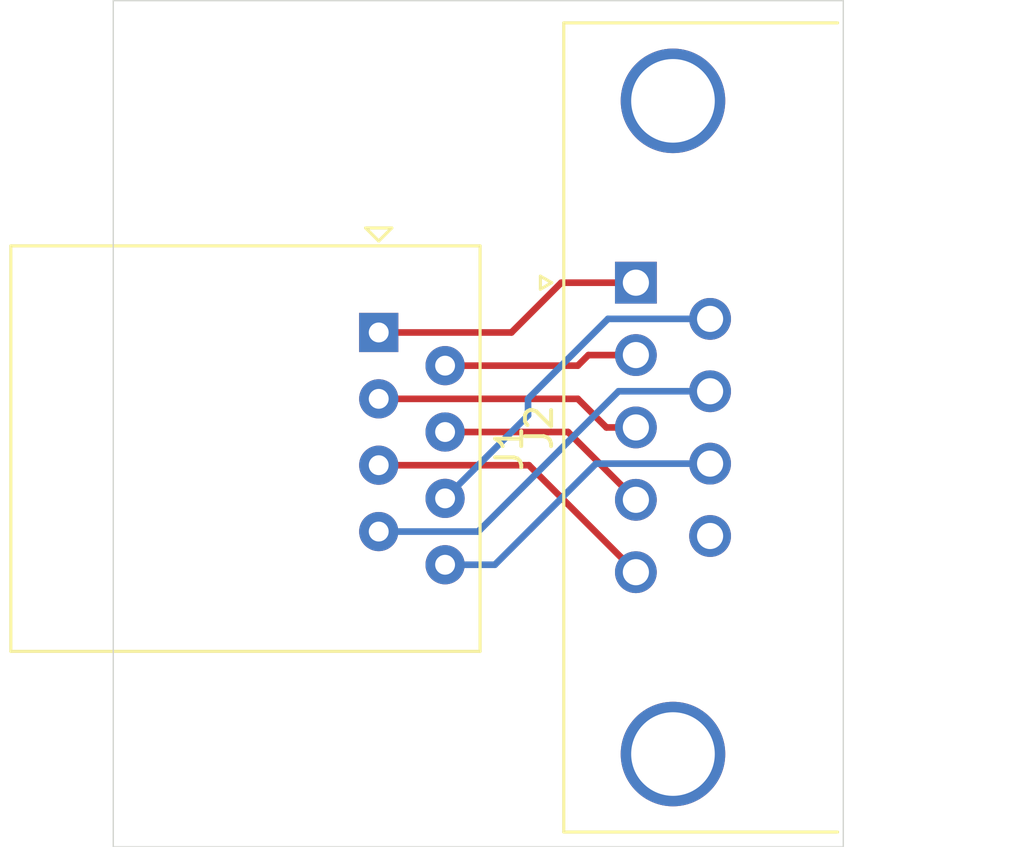
<source format=kicad_pcb>
(kicad_pcb (version 20171130) (host pcbnew "(5.1.5)-3")

  (general
    (thickness 1.6)
    (drawings 4)
    (tracks 23)
    (zones 0)
    (modules 2)
    (nets 9)
  )

  (page A4)
  (layers
    (0 F.Cu signal)
    (31 B.Cu signal)
    (32 B.Adhes user)
    (33 F.Adhes user)
    (34 B.Paste user)
    (35 F.Paste user)
    (36 B.SilkS user)
    (37 F.SilkS user)
    (38 B.Mask user)
    (39 F.Mask user)
    (40 Dwgs.User user)
    (41 Cmts.User user)
    (42 Eco1.User user)
    (43 Eco2.User user)
    (44 Edge.Cuts user)
    (45 Margin user)
    (46 B.CrtYd user)
    (47 F.CrtYd user)
    (48 B.Fab user hide)
    (49 F.Fab user hide)
  )

  (setup
    (last_trace_width 0.254)
    (trace_clearance 0.2032)
    (zone_clearance 0.508)
    (zone_45_only no)
    (trace_min 0.2)
    (via_size 0.762)
    (via_drill 0.381)
    (via_min_size 0.4)
    (via_min_drill 0.3)
    (uvia_size 0.3)
    (uvia_drill 0.1)
    (uvias_allowed no)
    (uvia_min_size 0.2)
    (uvia_min_drill 0.1)
    (edge_width 0.05)
    (segment_width 0.2)
    (pcb_text_width 0.3)
    (pcb_text_size 1.5 1.5)
    (mod_edge_width 0.12)
    (mod_text_size 1 1)
    (mod_text_width 0.15)
    (pad_size 1.524 1.524)
    (pad_drill 0.762)
    (pad_to_mask_clearance 0.051)
    (solder_mask_min_width 0.25)
    (aux_axis_origin 0 0)
    (grid_origin 147.955 109.855)
    (visible_elements FFFFFF7F)
    (pcbplotparams
      (layerselection 0x010fc_ffffffff)
      (usegerberextensions false)
      (usegerberattributes false)
      (usegerberadvancedattributes false)
      (creategerberjobfile false)
      (excludeedgelayer true)
      (linewidth 0.100000)
      (plotframeref false)
      (viasonmask false)
      (mode 1)
      (useauxorigin false)
      (hpglpennumber 1)
      (hpglpenspeed 20)
      (hpglpendiameter 15.000000)
      (psnegative false)
      (psa4output false)
      (plotreference true)
      (plotvalue true)
      (plotinvisibletext false)
      (padsonsilk false)
      (subtractmaskfromsilk false)
      (outputformat 1)
      (mirror false)
      (drillshape 1)
      (scaleselection 1)
      (outputdirectory ""))
  )

  (net 0 "")
  (net 1 /P8)
  (net 2 /P7)
  (net 3 /P6)
  (net 4 /P5)
  (net 5 /P4)
  (net 6 /P3)
  (net 7 /P2)
  (net 8 /P1)

  (net_class Default "This is the default net class."
    (clearance 0.2032)
    (trace_width 0.254)
    (via_dia 0.762)
    (via_drill 0.381)
    (uvia_dia 0.3)
    (uvia_drill 0.1)
    (add_net /P1)
    (add_net /P2)
    (add_net /P3)
    (add_net /P4)
    (add_net /P5)
    (add_net /P6)
    (add_net /P7)
    (add_net /P8)
    (add_net "Net-(J2-Pad9)")
  )

  (module 0MiscParts:DSUB-9_Female_Horizontal_P2.77x2.84mm_EdgePinOffset4.94mm_Housed_MountingHolesOffset7.48mm (layer F.Cu) (tedit 5E5A5D2A) (tstamp 5FF43828)
    (at 167.9575 88.265 90)
    (descr "9-pin D-Sub connector, horizontal/angled (90 deg), THT-mount, female, pitch 2.77x2.84mm, pin-PCB-offset 4.9399999999999995mm, distance of mounting holes 25mm, distance of mounting holes to PCB edge 7.4799999999999995mm, see https://disti-assets.s3.amazonaws.com/tonar/files/datasheets/16730.pdf")
    (tags "9-pin D-Sub connector horizontal angled 90deg THT female pitch 2.77x2.84mm pin-PCB-offset 4.9399999999999995mm mounting-holes-distance 25mm mounting-hole-offset 25mm")
    (path /5FF45E06)
    (fp_text reference J2 (at -5.54 -3.7 90) (layer F.SilkS)
      (effects (font (size 1 1) (thickness 0.15)))
    )
    (fp_text value DB9_Female (at -5.54 15.85 90) (layer F.Fab)
      (effects (font (size 1 1) (thickness 0.15)))
    )
    (fp_text user %R (at -5.54 11.265 90) (layer F.Fab)
      (effects (font (size 1 1) (thickness 0.15)))
    )
    (fp_line (start 10.4 -3.25) (end -21.5 -3.25) (layer F.CrtYd) (width 0.05))
    (fp_line (start 10.4 14.85) (end 10.4 -3.25) (layer F.CrtYd) (width 0.05))
    (fp_line (start -21.5 14.85) (end 10.4 14.85) (layer F.CrtYd) (width 0.05))
    (fp_line (start -21.5 -3.25) (end -21.5 14.85) (layer F.CrtYd) (width 0.05))
    (fp_line (start 0 -3.221325) (end -0.25 -3.654338) (layer F.SilkS) (width 0.12))
    (fp_line (start 0.25 -3.654338) (end 0 -3.221325) (layer F.SilkS) (width 0.12))
    (fp_line (start -0.25 -3.654338) (end 0.25 -3.654338) (layer F.SilkS) (width 0.12))
    (fp_line (start 9.945 -2.76) (end 9.945 7.72) (layer F.SilkS) (width 0.12))
    (fp_line (start -21.025 -2.76) (end 9.945 -2.76) (layer F.SilkS) (width 0.12))
    (fp_line (start -21.025 7.72) (end -21.025 -2.76) (layer F.SilkS) (width 0.12))
    (fp_line (start 8.56 7.78) (end 8.56 0.3) (layer F.Fab) (width 0.1))
    (fp_line (start 5.36 7.78) (end 5.36 0.3) (layer F.Fab) (width 0.1))
    (fp_line (start -16.44 7.78) (end -16.44 0.3) (layer F.Fab) (width 0.1))
    (fp_line (start -19.64 7.78) (end -19.64 0.3) (layer F.Fab) (width 0.1))
    (fp_line (start 9.46 8.18) (end 4.46 8.18) (layer F.Fab) (width 0.1))
    (fp_line (start 9.46 13.18) (end 9.46 8.18) (layer F.Fab) (width 0.1))
    (fp_line (start 4.46 13.18) (end 9.46 13.18) (layer F.Fab) (width 0.1))
    (fp_line (start 4.46 8.18) (end 4.46 13.18) (layer F.Fab) (width 0.1))
    (fp_line (start -15.54 8.18) (end -20.54 8.18) (layer F.Fab) (width 0.1))
    (fp_line (start -15.54 13.18) (end -15.54 8.18) (layer F.Fab) (width 0.1))
    (fp_line (start -20.54 13.18) (end -15.54 13.18) (layer F.Fab) (width 0.1))
    (fp_line (start -20.54 8.18) (end -20.54 13.18) (layer F.Fab) (width 0.1))
    (fp_line (start 2.61 8.18) (end -13.69 8.18) (layer F.Fab) (width 0.1))
    (fp_line (start 2.61 14.35) (end 2.61 8.18) (layer F.Fab) (width 0.1))
    (fp_line (start -13.69 14.35) (end 2.61 14.35) (layer F.Fab) (width 0.1))
    (fp_line (start -13.69 8.18) (end -13.69 14.35) (layer F.Fab) (width 0.1))
    (fp_line (start 9.885 7.78) (end -20.965 7.78) (layer F.Fab) (width 0.1))
    (fp_line (start 9.885 8.18) (end 9.885 7.78) (layer F.Fab) (width 0.1))
    (fp_line (start -20.965 8.18) (end 9.885 8.18) (layer F.Fab) (width 0.1))
    (fp_line (start -20.965 7.78) (end -20.965 8.18) (layer F.Fab) (width 0.1))
    (fp_line (start 9.885 -2.7) (end -20.965 -2.7) (layer F.Fab) (width 0.1))
    (fp_line (start 9.885 7.78) (end 9.885 -2.7) (layer F.Fab) (width 0.1))
    (fp_line (start -20.965 7.78) (end 9.885 7.78) (layer F.Fab) (width 0.1))
    (fp_line (start -20.965 -2.7) (end -20.965 7.78) (layer F.Fab) (width 0.1))
    (fp_arc (start 6.96 0.3) (end 5.36 0.3) (angle 180) (layer F.Fab) (width 0.1))
    (fp_arc (start -18.04 0.3) (end -19.64 0.3) (angle 180) (layer F.Fab) (width 0.1))
    (pad 0 thru_hole circle (at 6.96 1.42 90) (size 4 4) (drill 3.2) (layers *.Cu *.Mask))
    (pad 0 thru_hole circle (at -18.04 1.42 90) (size 4 4) (drill 3.2) (layers *.Cu *.Mask))
    (pad 9 thru_hole circle (at -9.695 2.84 90) (size 1.6 1.6) (drill 1) (layers *.Cu *.Mask))
    (pad 8 thru_hole circle (at -6.925 2.84 90) (size 1.6 1.6) (drill 1) (layers *.Cu *.Mask)
      (net 1 /P8))
    (pad 7 thru_hole circle (at -4.155 2.84 90) (size 1.6 1.6) (drill 1) (layers *.Cu *.Mask)
      (net 2 /P7))
    (pad 6 thru_hole circle (at -1.385 2.84 90) (size 1.6 1.6) (drill 1) (layers *.Cu *.Mask)
      (net 3 /P6))
    (pad 5 thru_hole circle (at -11.08 0 90) (size 1.6 1.6) (drill 1) (layers *.Cu *.Mask)
      (net 4 /P5))
    (pad 4 thru_hole circle (at -8.31 0 90) (size 1.6 1.6) (drill 1) (layers *.Cu *.Mask)
      (net 5 /P4))
    (pad 3 thru_hole circle (at -5.54 0 90) (size 1.6 1.6) (drill 1) (layers *.Cu *.Mask)
      (net 6 /P3))
    (pad 2 thru_hole circle (at -2.77 0 90) (size 1.6 1.6) (drill 1) (layers *.Cu *.Mask)
      (net 7 /P2))
    (pad 1 thru_hole rect (at 0 0 90) (size 1.6 1.6) (drill 1) (layers *.Cu *.Mask)
      (net 8 /P1))
    (model ${KISYS3DMOD}/Connector_Dsub.3dshapes/DSUB-9_Female_Horizontal_P2.77x2.84mm_EdgePinOffset4.94mm_Housed_MountingHolesOffset7.48mm.wrl
      (at (xyz 0 0 0))
      (scale (xyz 1 1 1))
      (rotate (xyz 0 0 0))
    )
  )

  (module Connector_RJ:RJ45_Amphenol_54602-x08_Horizontal (layer F.Cu) (tedit 5B103613) (tstamp 5FF437F4)
    (at 158.115 90.17 270)
    (descr "8 Pol Shallow Latch Connector, Modjack, RJ45 (https://cdn.amphenol-icc.com/media/wysiwyg/files/drawing/c-bmj-0102.pdf)")
    (tags RJ45)
    (path /5FF45130)
    (fp_text reference J1 (at 4.445 -5 90) (layer F.SilkS)
      (effects (font (size 1 1) (thickness 0.15)))
    )
    (fp_text value RJ45 (at 4.445 4 90) (layer F.Fab)
      (effects (font (size 1 1) (thickness 0.15)))
    )
    (fp_line (start 12.6 14.47) (end -3.71 14.47) (layer F.CrtYd) (width 0.05))
    (fp_line (start 12.6 14.47) (end 12.6 -4.27) (layer F.CrtYd) (width 0.05))
    (fp_line (start -3.71 -4.27) (end -3.71 14.47) (layer F.CrtYd) (width 0.05))
    (fp_line (start -3.71 -4.27) (end 12.6 -4.27) (layer F.CrtYd) (width 0.05))
    (fp_line (start -3.315 -3.88) (end -3.315 14.08) (layer F.SilkS) (width 0.12))
    (fp_line (start 12.205 -3.88) (end -3.315 -3.88) (layer F.SilkS) (width 0.12))
    (fp_line (start 12.205 -3.88) (end 12.205 14.08) (layer F.SilkS) (width 0.12))
    (fp_line (start -3.315 14.08) (end 12.205 14.08) (layer F.SilkS) (width 0.12))
    (fp_line (start -3.205 -2.77) (end -2.205 -3.77) (layer F.Fab) (width 0.12))
    (fp_line (start -2.205 -3.77) (end 12.095 -3.77) (layer F.Fab) (width 0.12))
    (fp_line (start 12.095 -3.77) (end 12.095 13.97) (layer F.Fab) (width 0.12))
    (fp_line (start 12.095 13.97) (end -3.205 13.97) (layer F.Fab) (width 0.12))
    (fp_line (start -3.205 13.97) (end -3.205 -2.77) (layer F.Fab) (width 0.12))
    (fp_line (start -3.5 0) (end -4 -0.5) (layer F.SilkS) (width 0.12))
    (fp_line (start -4 -0.5) (end -4 0.5) (layer F.SilkS) (width 0.12))
    (fp_line (start -4 0.5) (end -3.5 0) (layer F.SilkS) (width 0.12))
    (fp_text user %R (at 4.445 2 90) (layer F.Fab)
      (effects (font (size 1 1) (thickness 0.15)))
    )
    (pad 8 thru_hole circle (at 8.89 -2.54 270) (size 1.5 1.5) (drill 0.76) (layers *.Cu *.Mask)
      (net 1 /P8))
    (pad 7 thru_hole circle (at 7.62 0 270) (size 1.5 1.5) (drill 0.76) (layers *.Cu *.Mask)
      (net 2 /P7))
    (pad 6 thru_hole circle (at 6.35 -2.54 270) (size 1.5 1.5) (drill 0.76) (layers *.Cu *.Mask)
      (net 3 /P6))
    (pad 5 thru_hole circle (at 5.08 0 270) (size 1.5 1.5) (drill 0.76) (layers *.Cu *.Mask)
      (net 4 /P5))
    (pad 4 thru_hole circle (at 3.81 -2.54 270) (size 1.5 1.5) (drill 0.76) (layers *.Cu *.Mask)
      (net 5 /P4))
    (pad 3 thru_hole circle (at 2.54 0 270) (size 1.5 1.5) (drill 0.76) (layers *.Cu *.Mask)
      (net 6 /P3))
    (pad 2 thru_hole circle (at 1.27 -2.54 270) (size 1.5 1.5) (drill 0.76) (layers *.Cu *.Mask)
      (net 7 /P2))
    (pad 1 thru_hole rect (at 0 0 270) (size 1.5 1.5) (drill 0.76) (layers *.Cu *.Mask)
      (net 8 /P1))
    (pad "" np_thru_hole circle (at -1.27 6.35 270) (size 3.2 3.2) (drill 3.2) (layers *.Cu *.Mask))
    (pad "" np_thru_hole circle (at 10.16 6.35 270) (size 3.2 3.2) (drill 3.2) (layers *.Cu *.Mask))
    (model ${KISYS3DMOD}/Connector_RJ.3dshapes/RJ45_Amphenol_54602-x08_Horizontal.wrl
      (at (xyz 0 0 0))
      (scale (xyz 1 1 1))
      (rotate (xyz 0 0 0))
    )
  )

  (gr_line (start 175.895 77.47) (end 175.895 109.855) (layer Edge.Cuts) (width 0.05) (tstamp 5FF43A6D))
  (gr_line (start 147.955 77.47) (end 175.895 77.47) (layer Edge.Cuts) (width 0.05))
  (gr_line (start 147.955 109.855) (end 147.955 77.47) (layer Edge.Cuts) (width 0.05))
  (gr_line (start 175.895 109.855) (end 147.955 109.855) (layer Edge.Cuts) (width 0.05))

  (segment (start 166.43 95.19) (end 170.7975 95.19) (width 0.254) (layer B.Cu) (net 1))
  (segment (start 160.655 99.06) (end 162.56 99.06) (width 0.254) (layer B.Cu) (net 1))
  (segment (start 162.56 99.06) (end 166.43 95.19) (width 0.254) (layer B.Cu) (net 1))
  (segment (start 161.925 97.79) (end 158.115 97.79) (width 0.254) (layer B.Cu) (net 2))
  (segment (start 170.7975 92.42) (end 167.295 92.42) (width 0.254) (layer B.Cu) (net 2))
  (segment (start 167.295 92.42) (end 161.925 97.79) (width 0.254) (layer B.Cu) (net 2))
  (segment (start 163.83 93.345) (end 160.655 96.52) (width 0.254) (layer B.Cu) (net 3))
  (segment (start 170.7975 89.65) (end 166.89 89.65) (width 0.254) (layer B.Cu) (net 3))
  (segment (start 163.83 92.71) (end 163.83 93.345) (width 0.254) (layer B.Cu) (net 3))
  (segment (start 166.89 89.65) (end 163.83 92.71) (width 0.254) (layer B.Cu) (net 3))
  (segment (start 163.8625 95.25) (end 167.9575 99.345) (width 0.254) (layer F.Cu) (net 4))
  (segment (start 158.115 95.25) (end 163.8625 95.25) (width 0.254) (layer F.Cu) (net 4))
  (segment (start 165.3625 93.98) (end 167.9575 96.575) (width 0.254) (layer F.Cu) (net 5))
  (segment (start 160.655 93.98) (end 165.3625 93.98) (width 0.254) (layer F.Cu) (net 5))
  (segment (start 167.9575 93.805) (end 166.83 93.805) (width 0.254) (layer F.Cu) (net 6))
  (segment (start 165.735 92.71) (end 158.115 92.71) (width 0.254) (layer F.Cu) (net 6))
  (segment (start 166.83 93.805) (end 165.735 92.71) (width 0.254) (layer F.Cu) (net 6))
  (segment (start 167.9575 91.035) (end 166.14 91.035) (width 0.254) (layer F.Cu) (net 7))
  (segment (start 165.735 91.44) (end 160.655 91.44) (width 0.254) (layer F.Cu) (net 7))
  (segment (start 166.14 91.035) (end 165.735 91.44) (width 0.254) (layer F.Cu) (net 7))
  (segment (start 158.115 90.17) (end 163.195 90.17) (width 0.254) (layer F.Cu) (net 8))
  (segment (start 165.1 88.265) (end 167.9575 88.265) (width 0.254) (layer F.Cu) (net 8))
  (segment (start 163.195 90.17) (end 165.1 88.265) (width 0.254) (layer F.Cu) (net 8))

)

</source>
